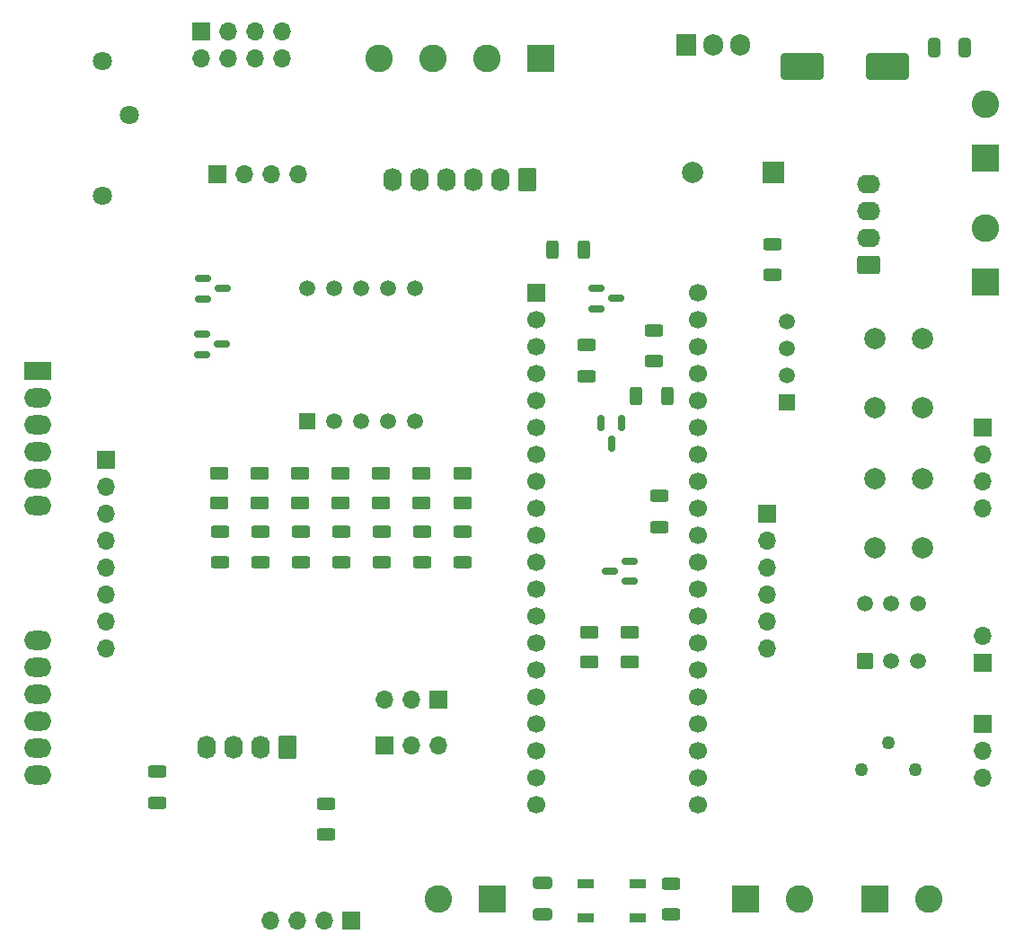
<source format=gts>
G04 #@! TF.GenerationSoftware,KiCad,Pcbnew,7.0.1*
G04 #@! TF.CreationDate,2023-12-11T01:42:53-03:00*
G04 #@! TF.ProjectId,Shield STM32 Bluepill,53686965-6c64-4205-9354-4d333220426c,2.0*
G04 #@! TF.SameCoordinates,Original*
G04 #@! TF.FileFunction,Soldermask,Top*
G04 #@! TF.FilePolarity,Negative*
%FSLAX46Y46*%
G04 Gerber Fmt 4.6, Leading zero omitted, Abs format (unit mm)*
G04 Created by KiCad (PCBNEW 7.0.1) date 2023-12-11 01:42:53*
%MOMM*%
%LPD*%
G01*
G04 APERTURE LIST*
G04 Aperture macros list*
%AMRoundRect*
0 Rectangle with rounded corners*
0 $1 Rounding radius*
0 $2 $3 $4 $5 $6 $7 $8 $9 X,Y pos of 4 corners*
0 Add a 4 corners polygon primitive as box body*
4,1,4,$2,$3,$4,$5,$6,$7,$8,$9,$2,$3,0*
0 Add four circle primitives for the rounded corners*
1,1,$1+$1,$2,$3*
1,1,$1+$1,$4,$5*
1,1,$1+$1,$6,$7*
1,1,$1+$1,$8,$9*
0 Add four rect primitives between the rounded corners*
20,1,$1+$1,$2,$3,$4,$5,0*
20,1,$1+$1,$4,$5,$6,$7,0*
20,1,$1+$1,$6,$7,$8,$9,0*
20,1,$1+$1,$8,$9,$2,$3,0*%
G04 Aperture macros list end*
%ADD10C,2.600000*%
%ADD11R,2.600000X2.600000*%
%ADD12RoundRect,0.250000X0.625000X-0.312500X0.625000X0.312500X-0.625000X0.312500X-0.625000X-0.312500X0*%
%ADD13RoundRect,0.150000X-0.587500X-0.150000X0.587500X-0.150000X0.587500X0.150000X-0.587500X0.150000X0*%
%ADD14RoundRect,0.250000X0.620000X0.845000X-0.620000X0.845000X-0.620000X-0.845000X0.620000X-0.845000X0*%
%ADD15O,1.740000X2.190000*%
%ADD16R,1.500000X1.500000*%
%ADD17C,1.500000*%
%ADD18R,1.700000X1.700000*%
%ADD19O,1.700000X1.700000*%
%ADD20RoundRect,0.250000X0.625000X-0.375000X0.625000X0.375000X-0.625000X0.375000X-0.625000X-0.375000X0*%
%ADD21C,2.000000*%
%ADD22R,2.000000X2.000000*%
%ADD23R,1.905000X2.000000*%
%ADD24O,1.905000X2.000000*%
%ADD25RoundRect,0.250000X-0.625000X0.312500X-0.625000X-0.312500X0.625000X-0.312500X0.625000X0.312500X0*%
%ADD26RoundRect,0.150000X-0.150000X0.587500X-0.150000X-0.587500X0.150000X-0.587500X0.150000X0.587500X0*%
%ADD27RoundRect,0.250000X-0.325000X-0.650000X0.325000X-0.650000X0.325000X0.650000X-0.325000X0.650000X0*%
%ADD28RoundRect,0.102000X-0.654000X-0.654000X0.654000X-0.654000X0.654000X0.654000X-0.654000X0.654000X0*%
%ADD29C,1.512000*%
%ADD30R,2.600000X1.800000*%
%ADD31O,2.600000X1.800000*%
%ADD32RoundRect,0.250000X0.312500X0.625000X-0.312500X0.625000X-0.312500X-0.625000X0.312500X-0.625000X0*%
%ADD33RoundRect,0.250000X0.845000X-0.620000X0.845000X0.620000X-0.845000X0.620000X-0.845000X-0.620000X0*%
%ADD34O,2.190000X1.740000*%
%ADD35C,1.700000*%
%ADD36C,1.800000*%
%ADD37R,1.500000X0.900000*%
%ADD38RoundRect,0.250000X1.750000X1.000000X-1.750000X1.000000X-1.750000X-1.000000X1.750000X-1.000000X0*%
%ADD39RoundRect,0.150000X0.587500X0.150000X-0.587500X0.150000X-0.587500X-0.150000X0.587500X-0.150000X0*%
%ADD40C,1.260000*%
%ADD41RoundRect,0.250000X-0.650000X0.325000X-0.650000X-0.325000X0.650000X-0.325000X0.650000X0.325000X0*%
G04 APERTURE END LIST*
D10*
X157475000Y-111557000D03*
D11*
X162555000Y-111557000D03*
D12*
X146900000Y-105475000D03*
X146900000Y-102550000D03*
D13*
X172417500Y-53980000D03*
X172417500Y-55880000D03*
X174292500Y-54930000D03*
D12*
X155981400Y-79806800D03*
X155981400Y-76881800D03*
D14*
X165862000Y-43688000D03*
D15*
X163322000Y-43688000D03*
X160782000Y-43688000D03*
X158242000Y-43688000D03*
X155702000Y-43688000D03*
X153162000Y-43688000D03*
D13*
X135257300Y-58290700D03*
X135257300Y-60190700D03*
X137132300Y-59240700D03*
D16*
X145186400Y-66471800D03*
D17*
X147726400Y-66471800D03*
X150266400Y-66471800D03*
X152806400Y-66471800D03*
X155346400Y-66471800D03*
X155346400Y-53971800D03*
X152806400Y-53971800D03*
X150266400Y-53971800D03*
X147726400Y-53971800D03*
X145186400Y-53971800D03*
D11*
X209093000Y-41661000D03*
D10*
X209093000Y-36581000D03*
D18*
X136652000Y-43180000D03*
D19*
X139192000Y-43180000D03*
X141732000Y-43180000D03*
X144272000Y-43180000D03*
D20*
X171704000Y-89154000D03*
X171704000Y-86354000D03*
D18*
X208788000Y-89281000D03*
D19*
X208788000Y-86741000D03*
D21*
X198628000Y-65226000D03*
X198628000Y-58726000D03*
X203128000Y-65226000D03*
X203128000Y-58726000D03*
D22*
X189083000Y-43053000D03*
D21*
X181483000Y-43053000D03*
D11*
X198628000Y-111506000D03*
D10*
X203708000Y-111506000D03*
D20*
X148312500Y-74221800D03*
X148312500Y-71421800D03*
D23*
X180900000Y-31000000D03*
D24*
X183440000Y-31000000D03*
X185980000Y-31000000D03*
D20*
X136875000Y-74221800D03*
X136875000Y-71421800D03*
D18*
X149322000Y-113538000D03*
D19*
X146782000Y-113538000D03*
X144242000Y-113538000D03*
X141702000Y-113538000D03*
D16*
X190350000Y-64750000D03*
D17*
X190350000Y-62210000D03*
X190350000Y-59670000D03*
X190350000Y-57130000D03*
D20*
X159750000Y-74221800D03*
X159750000Y-71421800D03*
D25*
X159791400Y-76881800D03*
X159791400Y-79806800D03*
D20*
X144500000Y-74221800D03*
X144500000Y-71421800D03*
D18*
X152400000Y-97028000D03*
D19*
X154940000Y-97028000D03*
X157480000Y-97028000D03*
D18*
X208788000Y-67056000D03*
D19*
X208788000Y-69596000D03*
X208788000Y-72136000D03*
X208788000Y-74676000D03*
D20*
X152125000Y-74221800D03*
X152125000Y-71421800D03*
D12*
X136931400Y-79806800D03*
X136931400Y-76881800D03*
D26*
X174764500Y-66692500D03*
X172864500Y-66692500D03*
X173814500Y-68567500D03*
D20*
X140687500Y-74221800D03*
X140687500Y-71421800D03*
D27*
X204200000Y-31300000D03*
X207150000Y-31300000D03*
D28*
X197702000Y-89060000D03*
D29*
X200202000Y-89060000D03*
X202702000Y-89060000D03*
X197702000Y-83660000D03*
X200202000Y-83660000D03*
X202702000Y-83660000D03*
D13*
X135290000Y-53050000D03*
X135290000Y-54950000D03*
X137165000Y-54000000D03*
D12*
X140741400Y-79806800D03*
X140741400Y-76881800D03*
D30*
X119786400Y-61722000D03*
D31*
X119786400Y-64262000D03*
X119786400Y-66802000D03*
X119786400Y-69342000D03*
X119786400Y-71882000D03*
X119786400Y-74422000D03*
X119786400Y-87122000D03*
X119786400Y-89662000D03*
X119786400Y-92202000D03*
X119786400Y-94742000D03*
X119786400Y-97282000D03*
X119786400Y-99822000D03*
D18*
X208788000Y-95040000D03*
D19*
X208788000Y-97580000D03*
X208788000Y-100120000D03*
D18*
X157480000Y-92710000D03*
D19*
X154940000Y-92710000D03*
X152400000Y-92710000D03*
D14*
X143256000Y-97262000D03*
D15*
X140716000Y-97262000D03*
X138176000Y-97262000D03*
X135636000Y-97262000D03*
D32*
X179070000Y-64135000D03*
X176145000Y-64135000D03*
D21*
X198628000Y-78434000D03*
X198628000Y-71934000D03*
X203128000Y-78434000D03*
X203128000Y-71934000D03*
D33*
X198100000Y-51770000D03*
D34*
X198100000Y-49230000D03*
X198100000Y-46690000D03*
X198100000Y-44150000D03*
D35*
X181975000Y-102605000D03*
X181975000Y-100065000D03*
X181975000Y-97525000D03*
X181975000Y-94985000D03*
X181975000Y-92445000D03*
X181975000Y-89905000D03*
X181975000Y-87365000D03*
X181975000Y-84825000D03*
X181975000Y-82285000D03*
X181975000Y-79745000D03*
X181975000Y-77205000D03*
X181975000Y-74665000D03*
X181975000Y-72125000D03*
X181975000Y-69585000D03*
X181975000Y-67045000D03*
X181975000Y-64505000D03*
X181975000Y-61965000D03*
X181975000Y-59425000D03*
X181975000Y-56885000D03*
X181975000Y-54345000D03*
D18*
X166735000Y-54345000D03*
D35*
X166735000Y-56885000D03*
X166735000Y-59425000D03*
X166735000Y-61965000D03*
X166735000Y-64505000D03*
X166735000Y-67045000D03*
X166735000Y-69585000D03*
X166735000Y-72125000D03*
X166735000Y-74665000D03*
X166735000Y-77205000D03*
X166735000Y-79745000D03*
X166735000Y-82285000D03*
X166735000Y-84825000D03*
X166735000Y-87365000D03*
X166735000Y-89905000D03*
X166735000Y-92445000D03*
X166735000Y-94985000D03*
X166735000Y-97525000D03*
X166735000Y-100065000D03*
X166735000Y-102605000D03*
D11*
X167132000Y-32258000D03*
D10*
X162052000Y-32258000D03*
X156972000Y-32258000D03*
X151892000Y-32258000D03*
D25*
X188976000Y-49784000D03*
X188976000Y-52709000D03*
D12*
X171450000Y-62230000D03*
X171450000Y-59305000D03*
D18*
X188468000Y-75184000D03*
D19*
X188468000Y-77724000D03*
X188468000Y-80264000D03*
X188468000Y-82804000D03*
X188468000Y-85344000D03*
X188468000Y-87884000D03*
D36*
X125860000Y-45220000D03*
X128400000Y-37600000D03*
X125860000Y-32520000D03*
D12*
X131025000Y-102475000D03*
X131025000Y-99550000D03*
D37*
X171392000Y-110050000D03*
X171392000Y-113350000D03*
X176292000Y-113350000D03*
X176292000Y-110050000D03*
D12*
X148361400Y-79806800D03*
X148361400Y-76881800D03*
X152171400Y-79806800D03*
X152171400Y-76881800D03*
X177800000Y-60837000D03*
X177800000Y-57912000D03*
D38*
X199834000Y-33020000D03*
X191834000Y-33020000D03*
D39*
X175562500Y-81595000D03*
X175562500Y-79695000D03*
X173687500Y-80645000D03*
D20*
X155937500Y-74221800D03*
X155937500Y-71421800D03*
D11*
X186436000Y-111570000D03*
D10*
X191516000Y-111570000D03*
D40*
X197358000Y-99314000D03*
X199898000Y-96774000D03*
X202438000Y-99314000D03*
D25*
X179450000Y-110050000D03*
X179450000Y-112975000D03*
D41*
X167350000Y-110000000D03*
X167350000Y-112950000D03*
D18*
X135128000Y-29718000D03*
D19*
X135128000Y-32258000D03*
X137668000Y-29718000D03*
X137668000Y-32258000D03*
X140208000Y-29718000D03*
X140208000Y-32258000D03*
X142748000Y-29718000D03*
X142748000Y-32258000D03*
D18*
X126170000Y-70110000D03*
D19*
X126170000Y-72650000D03*
X126170000Y-75190000D03*
X126170000Y-77730000D03*
X126170000Y-80270000D03*
X126170000Y-82810000D03*
X126170000Y-85350000D03*
X126170000Y-87890000D03*
D12*
X144551400Y-79806800D03*
X144551400Y-76881800D03*
D11*
X209042000Y-53340000D03*
D10*
X209042000Y-48260000D03*
D12*
X178308000Y-76454000D03*
X178308000Y-73529000D03*
D32*
X171196000Y-50292000D03*
X168271000Y-50292000D03*
D20*
X175514000Y-89154000D03*
X175514000Y-86354000D03*
M02*

</source>
